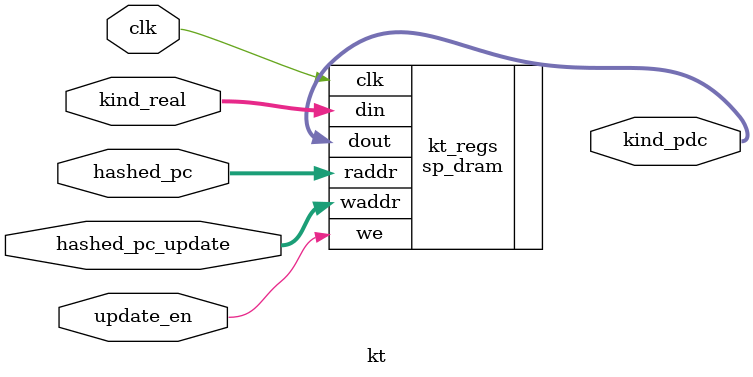
<source format=v>
module kt#(
    parameter k_width = 14
)(
    input clk,
    //query
    input [k_width-1:0]hashed_pc,//hash(pc)（暂定：有考虑延迟因素）
    output[2:0]kind_pdc,
    //update
    input [k_width-1:0]hashed_pc_update,//ex段
    input [2:0]kind_real,
    input update_en
);
    parameter NOT_JUMP = 3'd0,DIRECT_JUMP = 3'd1,JUMP=3'd2,CALL = 3'd3,RET = 3'd4,INDIRECT_JUMP = 3'd5,OTHER_JUMP = 3'd6;
    
    sp_dram#(
        .ADDR_WIDTH(k_width),
        .DATA_WIDTH(3)
    )
    kt_regs(
        .clk(clk),
        .raddr(hashed_pc),
        .dout(kind_pdc),
        .waddr(hashed_pc_update),
        .din(kind_real),
        .we(update_en)
    );
endmodule

</source>
